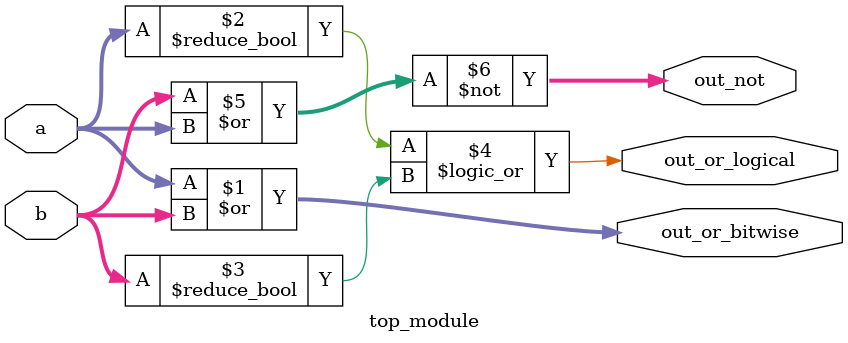
<source format=sv>
module top_module(
	input [2:0] a, 
	input [2:0] b, 
	output [2:0] out_or_bitwise,
	output out_or_logical,
	output [5:0] out_not
);
  
  assign out_or_bitwise = a | b;
  assign out_or_logical = (a != 0) || (b != 0);
  assign out_not = ~(b | a);
  
endmodule

</source>
